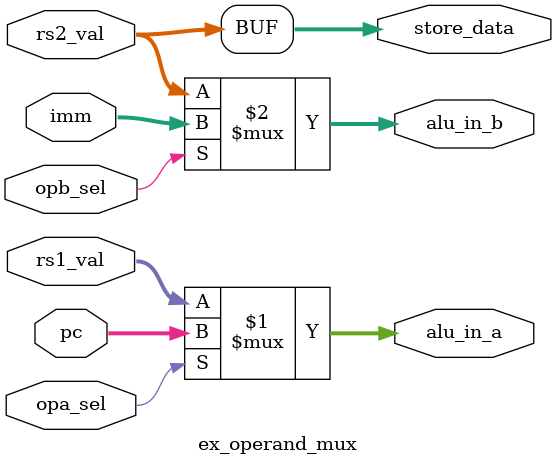
<source format=v>
module ex_operand_mux (
   
    input  wire [31:0] rs1_val,
    input  wire [31:0] rs2_val,
    input  wire [31:0] imm,
    input  wire [31:0] pc,

    input  wire        opa_sel, // 0 = rs1, 1 = pc
    input  wire        opb_sel, // 0 = rs2, 1 = imm

    output wire [31:0] alu_in_a,
    output wire [31:0] alu_in_b,

    // ----------------------------
    // Store data (always rs2)
    // ----------------------------
    output wire [31:0] store_data
);

    // Operand A selection
    assign alu_in_a = opa_sel ? pc  : rs1_val;

    // Operand B selection
    assign alu_in_b = opb_sel ? imm : rs2_val;

    // Store data is always rs2 (no mux)
    assign store_data = rs2_val;

endmodule


</source>
